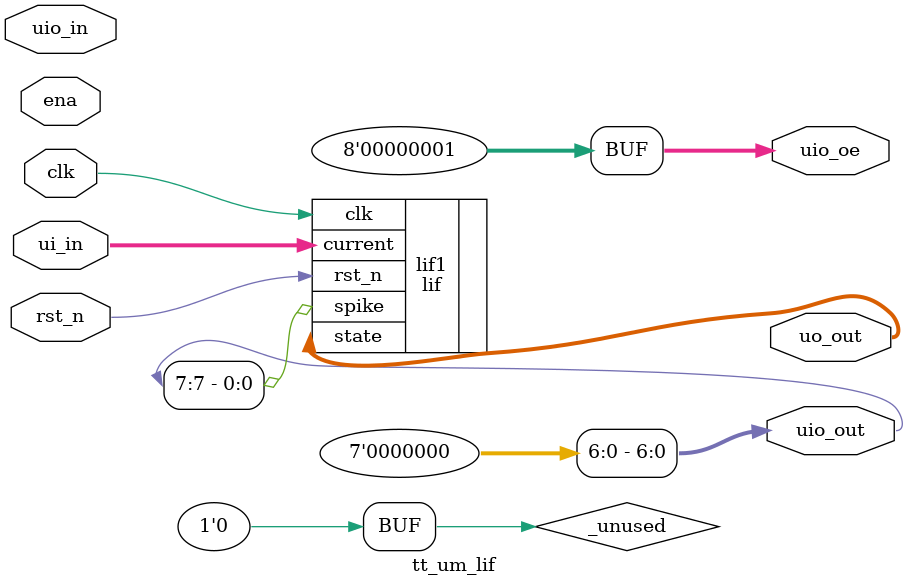
<source format=v>
/*
 * Copyright (c) 2024 Your Name
 * SPDX-License-Identifier: Apache-2.0
 */

`default_nettype none

module tt_um_lif (
    input  wire [7:0] ui_in,    // Dedicated inputs
    output wire [7:0] uo_out,   // Dedicated outputs
    input  wire [7:0] uio_in,   // IOs: Input path
    output wire [7:0] uio_out,  // IOs: Output path
    output wire [7:0] uio_oe,   // IOs: Enable path (active high: 0=input, 1=output)
    input  wire       ena,      // always 1 when the design is powered, so you can ignore it
    input  wire       clk,      // clock
    input  wire       rst_n     // reset_n - low to reset
);

  // All output pins must be assigned. If not used, assign to 0.
  assign uio_out [6:0] = 0;
  assign uio_oe  = 1;

  // List all unused inputs to prevent warnings
  wire _unused = &{ena, rst_n, 1'b0};

  // instantiate leaky integrate and fire neuron
  lif lif1(.current(ui_in), .clk(clk), .rst_n(rst_n), .spike(uio_out[7]), .state(uo_out));

    
endmodule
</source>
